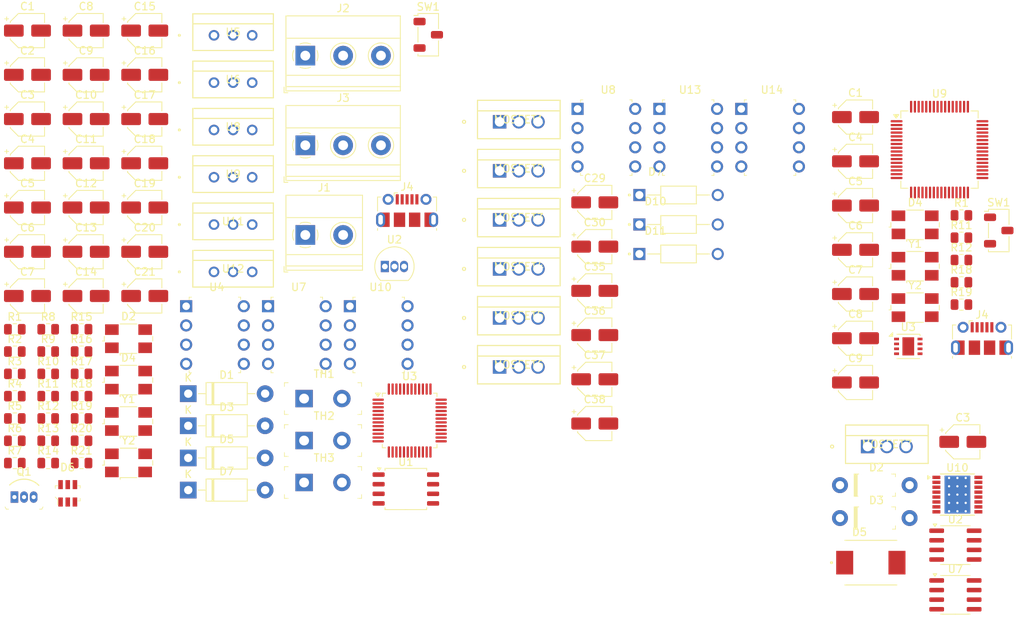
<source format=kicad_pcb>
(kicad_pcb (version 20240108) (generator "pcbnew") (generator_version "8.0")
  (layers (0 "F.Cu" signal) (31 "B.Cu" signal) (34 "B.Paste" user) (35 "F.Paste" user) (36 "B.SilkS" user "B.Silkscreen") (37 "F.SilkS" user "F.Silkscreen") (38 "B.Mask" user) (39 "F.Mask" user) (44 "Edge.Cuts" user))
  (net 0 "")
  (net 1 "Phase_C")
  (net 2 "Phase_A")
  (net 3 "Phase_B")
  (net 4 "Hall_B")
  (net 5 "Hall_C")
  (net 6 "Hall_A")
  (net 7 "VCC")
  (net 8 "GND")
  (net 9 "Net-(D1-K)")
  (net 10 "Net-(C5-Pad2)")
  (net 11 "Net-(D3-K)")
  (net 12 "OVP")
  (net 13 "Net-(C10-Pad2)")
  (net 14 "+5V")
  (net 15 "Net-(C17-Pad2)")
  (net 17 "Net-(U5-G)")
  (net 18 "Net-(U6-G)")
  (net 19 "Net-(D7-K)")
  (net 20 "Net-(D2-G)")
  (net 21 "Net-(D5-K)")
  (net 22 "Net-(D4-A)")
  (net 23 "Net-(Q1-G)")
  (net 24 "NRST")
  (net 25 "OCP")
  (net 26 "OSC32_OUT")
  (net 27 "OSC32_IN")
  (net 28 "+3.3V")
  (net 29 "OSC_OUT")
  (net 30 "BOOT0")
  (net 31 "OSC_IN")
  (net 32 "ESD_DM")
  (net 33 "ESD_DP")
  (net 34 "USB_DP")
  (net 35 "USB_DM")
  (net 36 "Net-(J4-D-)")
  (net 37 "Net-(J4-D+)")
  (net 38 "OCP_R")
  (net 39 "NTC_C")
  (net 40 "NTC_B")
  (net 41 "Net-(U2-REF)")
  (net 42 "NTC_A")
  (net 43 "Net-(U1A--)")
  (net 44 "LED_RED")
  (net 45 "Phase_A_H")
  (net 46 "Phase_A_L")
  (net 47 "Net-(SW2-B)")
  (net 48 "Phase_B_H")
  (net 49 "Net-(U8-G)")
  (net 50 "Phase_B_L")
  (net 51 "Net-(U9-G)")
  (net 52 "Phase_C_H")
  (net 53 "Net-(U11-G)")
  (net 54 "Phase_C_L")
  (net 55 "Net-(U12-G)")
  (net 61 "Phase_C_SD")
  (net 63 "PWM_A")
  (net 64 "PWM_B")
  (net 69 "PWM_C")
  (net 71 "Phase_B_SD")
  (net 76 "Phase_A_SD")
  (net 79 "/MAIN_SUPP")
  (net 80 "/OSC_IN")
  (net 81 "/OSC_OUT")
  (net 82 "/OSC32_IN")
  (net 83 "/OSC32_OUT")
  (net 84 "+12V")
  (net 85 "Net-(U8-VB)")
  (net 86 "/PowerStage/Phase_A")
  (net 87 "/PowerStage/Phase_B")
  (net 88 "Net-(U13-VB)")
  (net 89 "/PowerStage/Phase_C")
  (net 90 "Net-(U14-VB)")
  (net 91 "Net-(U2-VSW)")
  (net 92 "Net-(U7-VSW)")
  (net 93 "Net-(U10-CS)")
  (net 94 "Net-(MOSFET7-S)")
  (net 95 "/HAL_B")
  (net 96 "/HAL_A")
  (net 97 "Net-(MOSFET1-G)")
  (net 98 "Net-(MOSFET2-S)")
  (net 99 "Net-(MOSFET2-G)")
  (net 100 "Net-(MOSFET3-G)")
  (net 101 "Net-(MOSFET4-G)")
  (net 102 "Net-(MOSFET4-S)")
  (net 103 "Net-(MOSFET5-G)")
  (net 104 "Net-(MOSFET6-S)")
  (net 105 "Net-(MOSFET6-G)")
  (net 106 "Net-(MOSFET7-G)")
  (net 107 "/BOOT0")
  (net 108 "/NRST")
  (net 109 "/USB_DP")
  (net 110 "/USB_DM")
  (net 112 "Net-(U2-CB)")
  (net 113 "Net-(U2-ON{slash}~{OFF})")
  (net 115 "/CAN_RX")
  (net 116 "/CANL")
  (net 117 "/CAN_TX")
  (net 118 "/CANH")
  (net 122 "Net-(U7-CB)")
  (net 123 "/PowerStage/GL_A")
  (net 124 "/PWM_A")
  (net 125 "/SD_A")
  (net 126 "/PowerStage/GH_A")
  (net 128 "/LED_RED")
  (net 134 "/TEMP_A")
  (net 135 "/PWM_B")
  (net 137 "/TEMP_C")
  (net 138 "/SD_C")
  (net 146 "/PWM_C")
  (net 148 "/TEMP_B")
  (net 149 "/SWDIO")
  (net 151 "/CURR_B")
  (net 152 "/SD_B")
  (net 154 "/CURR_C")
  (net 155 "/HAL_C")
  (net 158 "Net-(U9-VCAP_1)")
  (net 160 "/CURR_A")
  (net 165 "/SWCLK")
  (net 166 "Net-(U10-DITH)")
  (net 167 "/RegulatorStage/FB")
  (net 168 "Net-(U10-RT{slash}SYNC)")
  (net 169 "/RegulatorStage/COMP")
  (net 170 "Net-(U10-SS)")
  (net 171 "Net-(U10-VCC)")
  (net 172 "Net-(U10-EN)")
  (net 173 "Net-(U10-BOOT)")
  (net 174 "/PowerStage/GH_B")
  (net 175 "/PowerStage/GL_B")
  (net 176 "/PowerStage/GL_C")
  (net 177 "/PowerStage/GH_C")
  (footprint "footprints:TO-220AB_INF" (layer "F.Cu") (at 166.7884 72.028)
    (property "Reference" "MOSFET1")
    (property "Value" "IRFB4110PBF")
  )
  (footprint "digikey-footprints:DIP-8_W7.62mm" (layer "F.Cu") (at 187.91 70.32)
    (property "Reference" "U13")
    (property "Value" "IRS2184")
  )
  (footprint "Crystal:Crystal_SMD_0603-4Pin_6.0x3.5mm" (layer "F.Cu") (at 117.745 111.665)
    (property "Reference" "Y1")
    (property "Value" "24MHz")
  )
  (footprint "Capacitor_SMD:CP_Elec_4x5.8" (layer "F.Cu") (at 119.89 77.515)
    (property "Reference" "C18")
    (property "Value" "10uF")
  )
  (footprint "Capacitor_SMD:CP_Elec_4x5.8" (layer "F.Cu") (at 119.89 89.215)
    (property "Reference" "C20")
    (property "Value" "10pF")
  )
  (footprint "Crystal:Crystal_SMD_0603-4Pin_6.0x3.5mm" (layer "F.Cu") (at 117.745 100.715)
    (property "Reference" "D2")
    (property "Value" "Q_SCR_AGK")
  )
  (footprint "Resistor_SMD:R_0805_2012Metric" (layer "F.Cu") (at 111.54 105.365)
    (property "Reference" "R17")
    (property "Value" "10")
  )
  (footprint "Capacitor_SMD:CP_Elec_4x5.8" (layer "F.Cu") (at 112.14 89.215)
    (property "Reference" "C13")
    (property "Value" "16uF")
  )
  (footprint "Capacitor_SMD:CP_Elec_4x5.8" (layer "F.Cu") (at 179.365 111.935)
    (property "Reference" "C38")
    (property "Value" "100nF")
  )
  (footprint "digikey-footprints:DIP-8_W7.62mm" (layer "F.Cu") (at 125.365 96.42)
    (property "Reference" "U4")
    (property "Value" "IRS2184")
  )
  (footprint "Resistor_SMD:R_0805_2012Metric" (layer "F.Cu") (at 107.13 111.265)
    (property "Reference" "R12")
    (property "Value" "10k")
  )
  (footprint "Capacitor_SMD:CP_Elec_4x5.8" (layer "F.Cu") (at 112.14 95.065)
    (property "Reference" "C14")
    (property "Value" "20pF")
  )
  (footprint "Capacitor_SMD:CP_Elec_4x5.8" (layer "F.Cu") (at 213.825 83.105)
    (property "Reference" "C5")
    (property "Value" "20pF")
  )
  (footprint "digikey-footprints:DIP-8_W7.62mm" (layer "F.Cu") (at 147.005 96.42)
    (property "Reference" "U10")
    (property "Value" "IRS2184")
  )
  (footprint "Crystal:Crystal_SMD_0603-4Pin_6.0x3.5mm" (layer "F.Cu") (at 117.745 117.14)
    (property "Reference" "Y2")
    (property "Value" "32.768kHZ")
  )
  (footprint "digikey-footprints:Terminal_Block_D1.3mm_P5mm" (layer "F.Cu") (at 140.95 108.635)
    (property "Reference" "TH1")
    (property "Value" "10k")
  )
  (footprint "Resistor_SMD:R_0805_2012Metric" (layer "F.Cu") (at 227.825 96.205)
    (property "Reference" "R19")
    (property "Value" "22")
  )
  (footprint "digikey-footprints:DO-41" (layer "F.Cu") (at 211.775 120.085)
    (property "Reference" "D2")
    (property "Value" "1N5817")
  )
  (footprint "STP100N10F7:TO_0N10F7_STM" (layer "F.Cu") (at 129.0425 85.6201)
    (property "Reference" "U11")
    (property "Value" "STP100N10F7")
  )
  (footprint "Resistor_SMD:R_0805_2012Metric" (layer "F.Cu") (at 107.13 102.415)
    (property "Reference" "R9")
    (property "Value" "7k")
  )
  (footprint "Resistor_SMD:R_0805_2012Metric" (layer "F.Cu") (at 227.825 87.355)
    (property "Reference" "R11")
    (property "Value" "100")
  )
  (footprint "Capacitor_SMD:CP_Elec_4x5.8" (layer "F.Cu") (at 213.825 88.955)
    (property "Reference" "C6")
    (property "Value" "20pF")
  )
  (footprint "Diode_THT:D_DO-41_SOD81_P10.16mm_Horizontal" (layer "F.Cu") (at 125.64 116.485)
    (property "Reference" "D5")
    (property "Value" "1N4001")
  )
  (footprint "digikey-footprints:SOT23-6L" (layer "F.Cu") (at 109.715 121.165)
    (property "Reference" "D6")
    (property "Value" "USBLC6-2SC6")
  )
  (footprint "footprints:TO-220AB_INF" (layer "F.Cu") (at 215.4284 114.978)
    (property "Reference" "MOSFET7")
    (property "Value" "IRFB4110PBF")
  )
  (footprint "Resistor_SMD:R_0805_2012Metric" (layer "F.Cu") (at 111.54 108.315)
    (property "Reference" "R18")
    (property "Value" "22")
  )
  (footprint "Resistor_SMD:R_0805_2012Metric" (layer "F.Cu") (at 111.54 114.215)
    (property "Reference" "R20")
    (property "Value" "10")
  )
  (footprint "Resistor_SMD:R_0805_2012Metric" (layer "F.Cu") (at 107.13 108.315)
    (property "Reference" "R11")
    (property "Value" "100")
  )
  (footprint "digikey-footprints:DIP-8_W7.62mm" (layer "F.Cu") (at 177.09 70.32)
    (property "Reference" "U8")
    (property "Value" "IRS2184")
  )
  (footprint "TerminalBlock_Phoenix:TerminalBlock_Phoenix_MKDS-1,5-3_1x03_P5.00mm_Horizontal" (layer "F.Cu") (at 141.11 75.135)
    (property "Reference" "J3")
    (property "Value" "Screw_Terminal_01x02")
  )
  (footprint "Capacitor_SMD:CP_Elec_4x5.8" (layer "F.Cu") (at 213.825 71.405)
    (property "Reference" "C1")
    (property "Value" "0.1uF")
  )
  (footprint "STP100N10F7:TO_0N10F7_STM" (layer "F.Cu") (at 129.0425 91.8779)
    (property "Reference" "U12")
    (property "Value" "STP100N10F7")
  )
  (footprint "Button_Switch_SMD:Nidec_Copal_CAS-120A" (layer "F.Cu") (at 232.755 86.405)
    (property "Reference" "SW1")
    (property "Value" "SW_Push")
  )
  (footprint "Package_QFP:LQFP-48_7x7mm_P0.5mm" (layer "F.Cu") (at 154.9 111.535)
    (property "Reference" "U3")
    (property "Value" "STM32G431C6Tx")
  )
  (footprint "STP100N10F7:TO_0N10F7_STM" (layer "F.Cu") (at 129.0425 79.3623)
    (property "Reference" "U9")
    (property "Value" "STP100N10F7")
  )
  (footprint "Capacitor_SMD:CP_Elec_4x5.8" (layer "F.Cu") (at 104.39 59.965)
    (property "Reference" "C1")
    (property "Value" "0.1uF")
  )
  (footprint "footprints:TO-220AB_INF" (layer "F.Cu") (at 166.7884 85.0008)
    (property "Reference" "MOSFET3")
    (property "Value" "IRFB4110PBF")
  )
  (footprint "Capacitor_SMD:CP_Elec_4x5.8" (layer "F.Cu") (at 104.39 77.515)
    (property "Reference" "C4")
    (property "Value" "1nF")
  )
  (footprint "STP100N10F7:TO_0N10F7_STM" (layer "F.Cu") (at 129.0425 60.5889)
    (property "Reference" "U5")
    (property "Value" "STP100N10F7")
  )
  (footprint "Capacitor_SMD:CP_Elec_4x5.8" (layer "F.Cu") (at 104.39 95.065)
    (property "Reference" "C7")
    (property "Value" "0.1uF")
  )
  (footprint "Resistor_SMD:R_0805_2012Metric" (layer "F.Cu") (at 102.72 105.365)
    (property "Reference" "R3")
    (property "Value" "R")
  )
  (footprint "footprints:TO-220AB_INF" (layer "F.Cu") (at 166.7884 91.4872)
    (property "Reference" "MOSFET4")
    (property "Value" "IRFB4110PBF")
  )
  (footprint "MBRS340:DIOM7959X261N" (layer "F.Cu") (at 215.85 130.335)
    (property "Reference" "D5")
    (property "Value" "MBRS340")
  )
  (footprint "UF4007:DIOAD1036W78L470D235" (layer "F.Cu") (at 190.44 89.51)
    (property "Reference" "D11")
    (property "Value" "UF4007")
  )
  (footprint "Package_QFP:LQFP-64_10x10mm_P0.5mm" (layer "F.Cu") (at 224.925 75.705)
    (property "Reference" "U9")
    (property "Value" "STM32F446RETx")
  )
  (footprint "Resistor_SMD:R_0805_2012Metric" (layer "F.Cu") (at 102.72 102.415)
    (property "Reference" "R2")
    (property "Value" "R")
  )
  (footprint "digikey-footprints:DIP-8_W7.62mm" (layer "F.Cu") (at 198.73 70.32)
    (property "Reference" "U14")
    (property "Value" "IRS2184")
  )
  (footprint "STP100N10F7:TO_0N10F7_STM" (layer "F.Cu") (at 129.0425 66.8467)
    (property "Reference" "U6")
    (property "Value" "STP100N10F7")
  )
  (footprint "Package_SO:SOP-8_5.28x5.23mm_P1.27mm" (layer "F.Cu") (at 154.4 120.595)
    (property "Reference" "U1")
    (property "Value" "LM393")
  )
  (footprint "Resistor_SMD:R_0805_2012Metric" (layer "F.Cu") (at 102.72 108.315)
    (property "Reference" "R4")
    (property "Value" "100k")
  )
  (footprint "Capacitor_SMD:CP_Elec_4x5.8" (layer "F.Cu") (at 213.825 106.505)
    (property "Reference" "C9")
    (property "Value" "10pF")
  )
  (footprint "Capacitor_SMD:CP_Elec_4x5.8" (layer "F.Cu") (at 179.365 106.085)
    (property "Reference" "C37")
    (property "Value" "100nF")
  )
  (footprint "Diode_THT:D_DO-41_SOD81_P10.16mm_Horizontal" (layer "F.Cu") (at 125.64 112.235)
    (property "Reference" "D3")
    (property "Value" "1N4001")
  )
  (footprint "digikey-footprints:DIP-8_W7.62mm" (layer "F.Cu") (at 136.185 96.42)
    (property "Reference" "U7")
    (property "Value" "IRS2184")
  )
  (footprint "Crystal:Crystal_SMD_0603-4Pin_6.0x3.5mm" (layer "F.Cu") (at 221.7 85.655)
    (property "Reference" "D4")
    (property "Value" "LED")
  )
  (footprint "Resistor_SMD:R_0805_2012Metric" (layer "F.Cu") (at 107.13 99.465)
    (property "Reference" "R8")
    (property "Value" "R")
  )
  (footprint "Resistor_SMD:R_0805_2012Metric" (layer "F.Cu") (at 111.54 102.415)
    (property "Reference" "R16")
    (property "Value" "10")
  )
  (footprint "Capacitor_SMD:CP_Elec_4x5.8" (layer "F.Cu") (at 119.89 95.065)
    (property "Reference" "C21")
    (property "Value" "16uF")
  )
  (footprint "Capacitor_SMD:CP_Elec_4x5.8" (layer "F.Cu") (at 179.365 82.685)
    (property "Reference" "C29")
    (property "Value" "100nF")
  )
  (footprint "Resistor_SMD:R_0805_2012Metric" (layer "F.Cu") (at 107.13 114.215)
    (property "Reference" "R13")
    (property "Value" "10")
  )
  (footprint "UF4007:DIOAD1036W78L470D235" (layer "F.Cu") (at 190.44 85.61)
    (property "Reference" "D10")
    (property "Value" "UF4007")
  )
  (footprint "footprints:TO-220AB_INF" (layer "F.Cu") (at 166.7884 104.46)
    (property "Reference" "MOSFET6")
    (property "Value" "IRFB4110PBF")
  )
  (footprint "Resistor_SMD:R_0805_2012Metric" (layer "F.Cu") (at 107.13 117.165)
    (property "Reference" "R14")
    (property "Value" "10")
  )
  (footprint "TerminalBlock_Phoenix:TerminalBlock_Phoenix_MKDS-1,5-2_1x02_P5.00mm_Horizontal" (layer "F.Cu") (at 141.11 86.995)
    (property "Reference" "J1")
    (property "Value" "Screw_Terminal_01x05")
  )
  (footprint "TerminalBlock_Phoenix:TerminalBlock_Phoenix_MKDS-1,5-3_1x03_P5.00mm_Horizontal" (layer "F.Cu") (at 141.11 63.275)
    (property "Reference" "J2")
    (property "Value" "Screw_Terminal_01x03")
  )
  (footprint "Resistor_SMD:R_0805_2012Metric" (layer "F.Cu") (at 107.13 105.365)
    (property "Reference" "R10")
    (property "Value" "50k")
  )
  (footprint "Resistor_SMD:R_0805_2012Metric" (layer "F.Cu") (at 102.72 114.215)
    (property "Reference" "R6")
    (property "Value" "15k")
  )
  (footprint "Diode_THT:D_DO-41_SOD81_P10.16mm_Horizontal" (layer "F.Cu") (at 125.64 120.735)
    (property "Reference" "D7")
    (property "Value" "1N4001")
  )
  (footprint "Capacitor_SMD:CP_Elec_4x5.8" (layer "F.Cu") (at 119.89 83.365)
    (property "Reference" "C19")
    (property "Value" "10pF")
  )
  (footprint "Resistor_SMD:R_0805_2012Metric" (layer "F.Cu") (at 102.72 117.165)
    (property "Reference" "R7")
    (property "Value" "0.01")
  )
  (footprint "digikey-footprints:Terminal_Block_D1.3mm_P5mm" (layer "F.Cu") (at 140.95 119.735)
    (property "Reference" "TH3")
    (property "Value" "10k")
  )
  (footprint "Crystal:Crystal_SMD_0603-4Pin_6.0x3.5mm" (layer "F.Cu") (at 117.745 106.19)
    (property "Reference" "D4")
    (property "Value" "LED")
  )
  (footprint "Button_Switch_SMD:Nidec_Copal_CAS-120A" (layer "F.Cu") (at 157.36 60.515)
    (property "Reference" "SW1")
    (property "Value" "SW_Push")
  )
  (footprint "Connector_USB:USB_Micro-B_Molex-105017-0001" (layer "F.Cu") (at 154.56 83.745)
    (property "Reference" "J4")
    (property "Value" "USB_B_Micro")
  )
  (footprint "Capacitor_SMD:CP_Elec_4x5.8" (layer "F.Cu") (at 213.825 77.255)
    (property "Reference" "C4")
    (property "Value" "0.1uF")
  )
  (footprint "Capacitor_SMD:CP_Elec_4x5.8" (layer "F.Cu") (at 104.39 65.815)
    (property "Reference" "C2")
    (property "Value" "470uF")
  )
  (footprint "Resistor_SMD:R_0805_2012Metric" (layer "F.Cu") (at 227.825 84.405)
    (property "Reference" "R1")
    (property "Value" "10k")
  )
  (footprint "Package_SO:SOIC-8_3.9x4.9mm_P1.27mm" (layer "F.Cu") (at 227.025 134.595)
    (property "Reference" "U7")
    (property "Value" "LM2675M-3.3")
  )
  (footprint "Package_DFN_QFN:DFN-8-1EP_3x3mm_P0.65mm_EP1.55x2.4mm" (layer "F.Cu") (at 220.8 101.73)
    (property "Reference" "U3")
    (property "Value" "TJA1051TK-3")
  )
  (footprint "Capacitor_SMD:CP_Elec_4x5.8" (layer "F.Cu") (at 213.825 100.655)
    (property "Reference" "C8")
    (property "Value" "100nF")
  )
  (footprint "digikey-footprints:Terminal_Block_D1.3mm_P5mm" (layer "F.Cu") (at 140.95 114.185)
    (property "Reference" "TH2")
    (property "Value" "10k")
  )
  (footprint "Capacitor_SMD:CP_Elec_4x5.8" (layer "F.Cu") (at 179.365 100.235)
    (property "Reference" "C36")
    (property "Value" "100nF")
  )
  (footprint "digikey-footprints:DO-41" (layer "F.Cu") (at 211.775 124.435)
    (property "Reference" "D3")
    (property "Value" "1N5817")
  )
  (footprint "Package_TO_SOT_THT:TO-92_Inline" (layer "F.Cu") (at 151.62 91.165)
    (property "Reference" "U2")
    (property "Value" "TL431LP")
  )
  (footprint "Crystal:Crystal_SMD_0603-4Pin_6.0x3.5mm" (layer "F.Cu") (at 221.7 91.13)
    (property "Reference" "Y1")
    (property "Value" "16MHz")
  )
  (footprint "Resistor_SMD:R_0805_2012Metric" (layer "F.Cu") (at 111.54 99.465)
    (property "Reference" "R15")
    (property "Value" "10k")
  )
  (footprint "Connector_USB:USB_Micro-B_Molex-105017-0001" (layer "F.Cu") (at 230.545 100.665)
    (property "Reference" "J4")
    (property "Value" "USB_B_Micro")
  )
  (footprint "Package_SO:HTSSOP-16-1EP_4.4x5mm_P0.65mm_EP3.4x5mm_Mask3x3mm_ThermalVias" (layer "F.Cu") (at 227.29 121.335)
    (property "Reference" "U10")
    (property "Value" "LM5088-1")
  )
  (footprint "Capacitor_SMD:CP_Elec_4x5.8" (layer "F.Cu") (at 104.39 71.665)
    (property "Reference" "C3")
    (property "Value" "470uF")
  )
  (footprint "Resistor_SMD:R_0805_2012Metric" (layer "F.Cu") (at 102.72 111.265)
    (property "Reference" "R5")
    (property "Value" "4k")
  )
  (footprint "Diode_THT:D_DO-41_SOD81_P10.16mm_Horizontal" (layer "F.Cu") (at 125.64 107.985)
    (property "Reference" "D1")
    (property "Value" "1N47xxA")
  )
  (footprint "Capacitor_SMD:CP_Elec_4x5.8" (layer "F.Cu") (at 112.14 71.665)
    (property "Reference" "C10")
    (property "Value" "100nF")
  )
  (footprint "Resistor_SMD:R_0805_2012Metric" (layer "F.Cu") (at 102.72 99.465)
    (property "Reference" "R1")
    (property "Value" "R")
  )
  (footprint "Crystal:Crystal_SMD_0603-4Pin_6.0x3.5mm" (layer "F.Cu") (at 221.7 96.605)
    (property "Reference" "Y2")
    (property "Value" "32.768kHZ")
  )
  (footprint "Package_SO:SOIC-8_3.9x4.9mm_P1.27mm" (layer "F.Cu") (at 227.025 128.015)
    (property "Reference" "U2")
    (property "Value" "LM2675M-5")
  )
  (footprint "Capacitor_SMD:CP_Elec_4x5.8" (layer "F.Cu") (at 119.89 71.665)
    (property "Reference" "C17")
    (property "Value" "100nF")
  )
  (footprint "Resistor_SMD:R_0805_2012Metric" (layer "F.Cu") (at 111.54 117.165)
    (property "Reference" "R21")
    (property "Value" "10")
  )
  (footprint "Capacitor_SMD:CP_Elec_4x5.8" (layer "F.Cu") (at 112.14 83.365)
    (property "Reference" "C12")
    (property "Value" "100nF")
  )
  (footprint "footprints:TO-220AB_INF" (layer "F.Cu") (at 166.7884 78.5144)
    (property "Reference" "MOSFET2")
    (property "Value" "IRFB4110PBF")
  )
  (footprint "Capacitor_SMD:CP_Elec_4x5.8" (layer "F.Cu") (at 104.39 83.365)
    (property "Reference" "C5")
    (property "Value" "100nF")
  )
  (footprint "Capacitor_SMD:CP_Elec_4x5.8" (layer "F.Cu") (at 179.365 94.385)
    (property "Reference" "C35")
    (property "Value" "100nF")
  )
  (footprint "Capacitor_SMD:CP_Elec_4x5.8" (layer "F.Cu") (at 112.14 59.965)
    (property "Reference" "C8")
    (property "Value" "0.1uF")
  )
  (footprint "footprints:TO-220AB_INF" (layer "F.Cu") (at 166.7884 97.9736)
    (property "Reference" "MOSFET5")
    (property "Value" "IRFB4110PBF")
  )
  (footprint "Capacitor_SMD:CP_Elec_4x5.8" (layer "F.Cu") (at 213.825 94.805)
    (property "Reference" "C7")
    (property "Value" "10pF")
  )
  (footprint "Capacitor_SMD:CP_Elec_4x5.8" (layer "F.Cu") (at 112.14 65.815)
    (property "Reference" "C9")
    (property "Value" "16uF")
  )
  (footprint "UF4007:DIOAD1036W78L470D235" (layer "F.Cu") (at 190.44 81.71)
    (property "Reference" "D7")
    (property "Value" "UF4007")
  )
  (footprint "Capacitor_SMD:CP_Elec_4x5.8" (layer "F.Cu") (at 179.365 88.535)
    (property "Reference" "C30")
    (property "Value" "100nF")
  )
  (footprint "Resistor_SMD:R_0805_2012Metric" (layer "F.Cu") (at 111.54 111.265)
    (property "Reference" "R19")
    (property "Value" "22")
  )
  (footprint "Capacitor_SMD:CP_Elec_4x5.8" (layer "F.Cu") (at 104.39 89.215)
    (property "Reference" "C6")
    (property "Value" "10uF")
  )
  (footprint "STP100N10F7:TO_0N10F7_STM" (layer "F.Cu") (at 129.0425 73.1045)
    (property "Reference" "U8")
    (property "Value" "STP100N10F7")
  )
  (footprint "Resistor_SMD:R_0805_2012Metric" (layer "F.Cu") (at 227.825 90.305)
    (property "Reference" "R12")
    (property "Value" "10k")
  )
  (footprint "digikey-footprints:TO-92-3" (layer "F.Cu") (at 102.67 121.665)
    (property "Reference" "Q1")
    (property "Value" "2N7002")
  )
  (footprint "Capacitor_SMD:CP_Elec_4x5.8" (layer "F.Cu") (at 228.005 114.355)
    (property "Reference" "C3")
    (property "Value" "100nF")
  )
  (footprint "Resistor_SMD:R_0805_2012Metric" (layer "F.Cu") (at 227.825 93.255)
    (property "Reference" "R18")
    (property "Value" "22")
  )
  (footprint "Capacitor_SMD:CP_Elec_4x5.8" (layer "F.Cu") (at 112.14 77.515)
    (property "Reference" "C11")
    (property "Value" "10uF")
  )
  (footprint "Capacitor_SMD:CP_Elec_4x5.8" (layer "F.Cu") (at 119.89 65.815)
    (property "Reference" "C16")
    (property "Value" "0u1F")
  )
  (footprint "Capacitor_SMD:CP_Elec_4x5.8" (layer "F.Cu") (at 119.89 59.965)
    (property "Reference" "C15")
    (property "Value" "20pF")
  )
)
</source>
